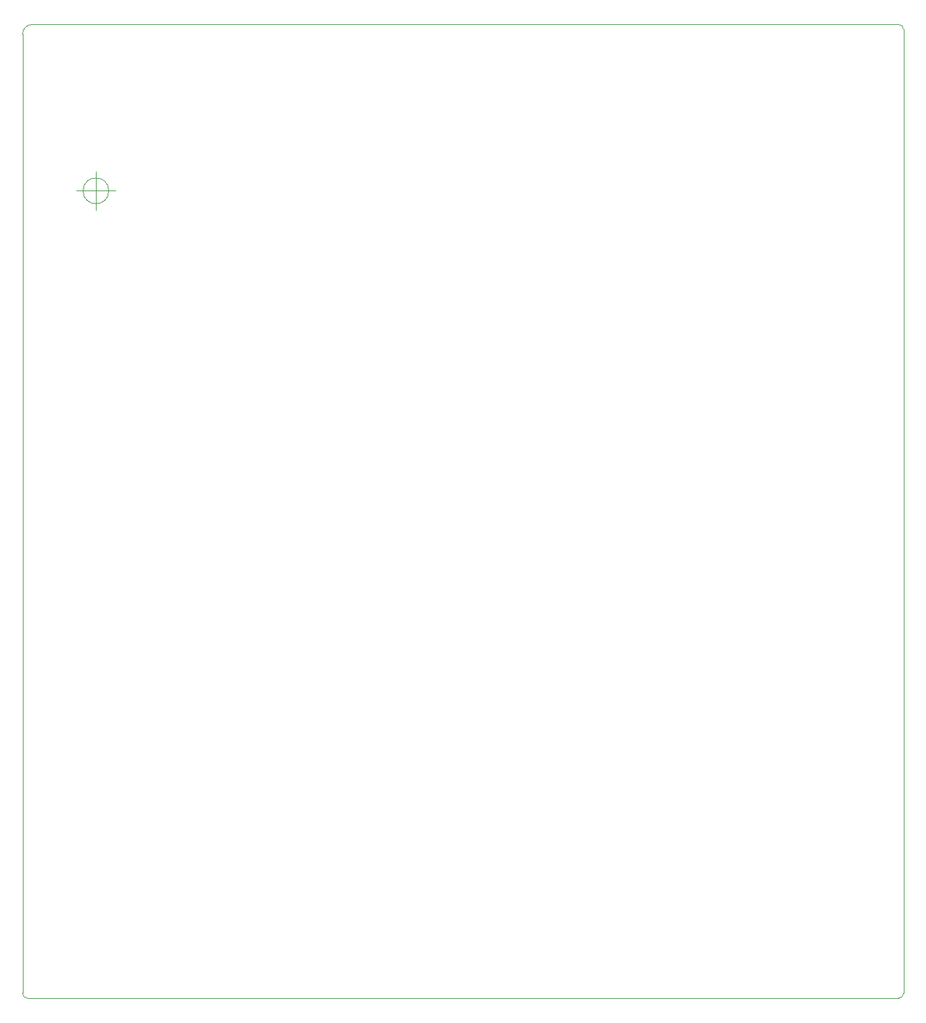
<source format=gm1>
%TF.GenerationSoftware,KiCad,Pcbnew,(5.1.12-1-10_14)*%
%TF.CreationDate,2021-11-18T22:14:17+08:00*%
%TF.ProjectId,Pragmatic,50726167-6d61-4746-9963-2e6b69636164,0.1*%
%TF.SameCoordinates,Original*%
%TF.FileFunction,Profile,NP*%
%FSLAX46Y46*%
G04 Gerber Fmt 4.6, Leading zero omitted, Abs format (unit mm)*
G04 Created by KiCad (PCBNEW (5.1.12-1-10_14)) date 2021-11-18 22:14:17*
%MOMM*%
%LPD*%
G01*
G04 APERTURE LIST*
%TA.AperFunction,Profile*%
%ADD10C,0.120000*%
%TD*%
G04 APERTURE END LIST*
D10*
X161290000Y-35560000D02*
G75*
G02*
X161925000Y-36195000I0J-635000D01*
G01*
X161925000Y-161290000D02*
G75*
G02*
X161290000Y-161925000I-635000J0D01*
G01*
X48260000Y-161925000D02*
X161290000Y-161925000D01*
X48260000Y-161925000D02*
G75*
G02*
X47625000Y-161290000I0J635000D01*
G01*
X161925000Y-36195000D02*
X161925000Y-161290000D01*
X47625000Y-36830000D02*
G75*
G02*
X48895000Y-35560000I1270000J0D01*
G01*
X58816666Y-57150000D02*
G75*
G03*
X58816666Y-57150000I-1666666J0D01*
G01*
X54650000Y-57150000D02*
X59650000Y-57150000D01*
X57150000Y-54650000D02*
X57150000Y-59650000D01*
X161290000Y-35560000D02*
X48895000Y-35560000D01*
X47625000Y-36830000D02*
X47625000Y-161290000D01*
X58816666Y-57150000D02*
G75*
G03*
X58816666Y-57150000I-1666666J0D01*
G01*
X54650000Y-57150000D02*
X59650000Y-57150000D01*
X57150000Y-54650000D02*
X57150000Y-59650000D01*
X58816666Y-57150000D02*
G75*
G03*
X58816666Y-57150000I-1666666J0D01*
G01*
X54650000Y-57150000D02*
X59650000Y-57150000D01*
X57150000Y-54650000D02*
X57150000Y-59650000D01*
X58816666Y-57150000D02*
G75*
G03*
X58816666Y-57150000I-1666666J0D01*
G01*
X54650000Y-57150000D02*
X59650000Y-57150000D01*
X57150000Y-54650000D02*
X57150000Y-59650000D01*
M02*

</source>
